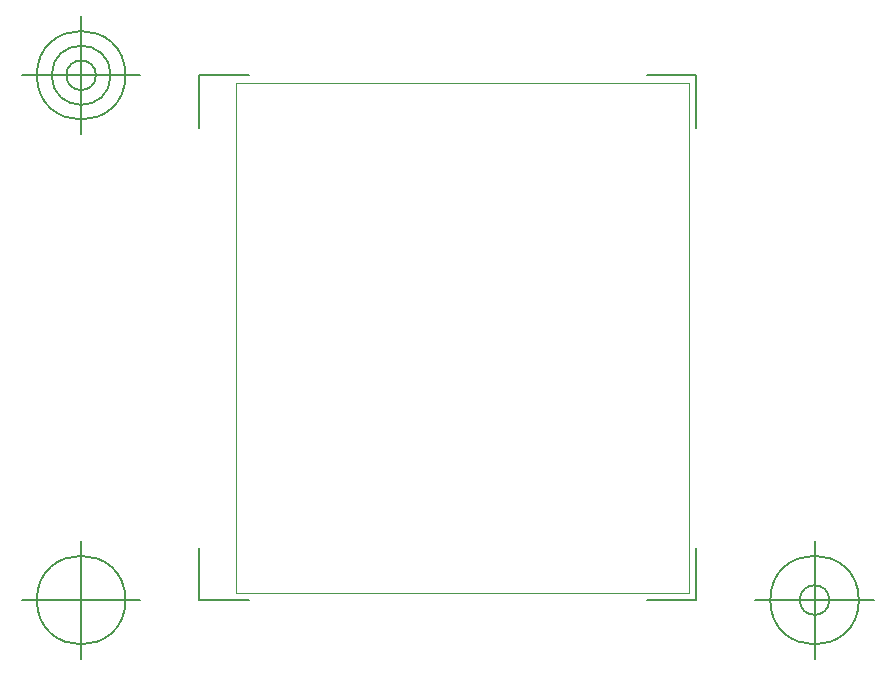
<source format=gbr>
G04 Generated by Ultiboard 11.0 *
%FSLAX25Y25*%
%MOIN*%

%ADD10C,0.00004*%
%ADD11C,0.00500*%


G04 ColorRGB 00FFFF for the following layer *
%LNBoard Outline*%
%LPD*%
%FSLAX25Y25*%
%MOIN*%
G54D10*
X1000Y9000D02*
X152000Y9000D01*
X152000Y9000D02*
X152000Y179000D01*
X152000Y179000D02*
X1000Y179000D01*
X1000Y179000D02*
X1000Y9000D01*
G54D11*
X-11262Y6531D02*
X-11262Y24025D01*
X-11262Y6531D02*
X5311Y6531D01*
X154469Y6531D02*
X137895Y6531D01*
X154469Y6531D02*
X154469Y24025D01*
X154469Y181469D02*
X154469Y163975D01*
X154469Y181469D02*
X137895Y181469D01*
X-11262Y181469D02*
X5311Y181469D01*
X-11262Y181469D02*
X-11262Y163975D01*
X-30948Y6531D02*
X-70318Y6531D01*
X-50633Y-13154D02*
X-50633Y26217D01*
X-65396Y6531D02*
G75*
D01*
G02X-65396Y6531I14764J0*
G01*
X174154Y6531D02*
X213524Y6531D01*
X193839Y-13154D02*
X193839Y26217D01*
X179075Y6531D02*
G75*
D01*
G02X179075Y6531I14764J0*
G01*
X188917Y6531D02*
G75*
D01*
G02X188917Y6531I4921J0*
G01*
X-30948Y181469D02*
X-70318Y181469D01*
X-50633Y161783D02*
X-50633Y201154D01*
X-65396Y181469D02*
G75*
D01*
G02X-65396Y181469I14764J0*
G01*
X-60475Y181469D02*
G75*
D01*
G02X-60475Y181469I9843J0*
G01*
X-55554Y181469D02*
G75*
D01*
G02X-55554Y181469I4921J0*
G01*

M00*

</source>
